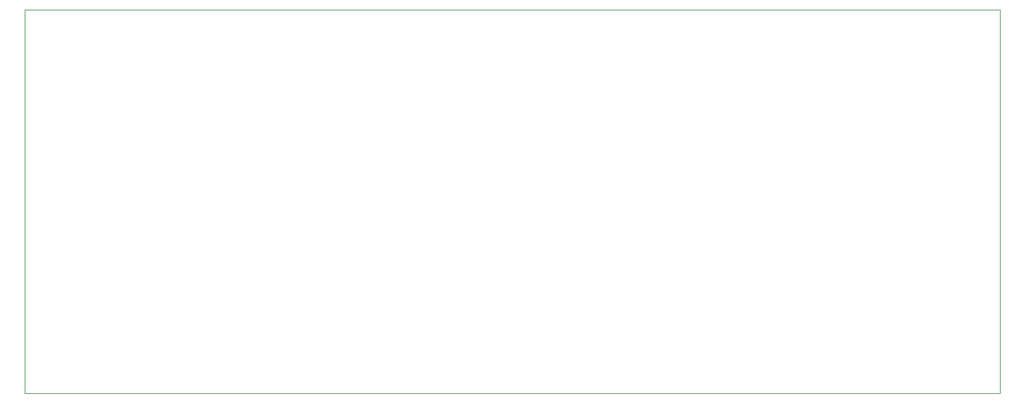
<source format=gm1>
G04 #@! TF.GenerationSoftware,KiCad,Pcbnew,8.0.0-rc1*
G04 #@! TF.CreationDate,2024-11-04T15:19:59+03:00*
G04 #@! TF.ProjectId,Movita_CM4_CT_Router_V3.1,4d6f7669-7461-45f4-934d-345f43545f52,REV1*
G04 #@! TF.SameCoordinates,Original*
G04 #@! TF.FileFunction,Profile,NP*
%FSLAX46Y46*%
G04 Gerber Fmt 4.6, Leading zero omitted, Abs format (unit mm)*
G04 Created by KiCad (PCBNEW 8.0.0-rc1) date 2024-11-04 15:19:59*
%MOMM*%
%LPD*%
G01*
G04 APERTURE LIST*
G04 #@! TA.AperFunction,Profile*
%ADD10C,0.050000*%
G04 #@! TD*
G04 APERTURE END LIST*
D10*
X108973767Y-82494190D02*
X235973767Y-82494190D01*
X235973767Y-132494190D01*
X108973767Y-132494190D01*
X108973767Y-82494190D01*
M02*

</source>
